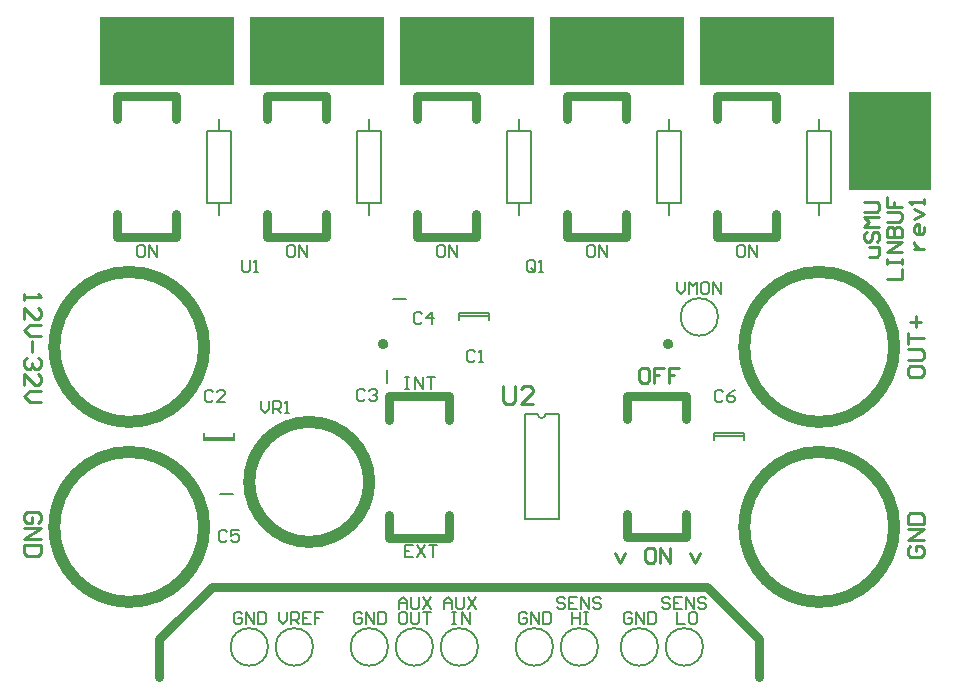
<source format=gto>
%FSLAX25Y25*%
%MOIN*%
G70*
G01*
G75*
%ADD10O,0.06102X0.02362*%
%ADD11R,0.06102X0.02362*%
%ADD12R,0.09843X0.05906*%
%ADD13R,0.27559X0.27559*%
%ADD14R,0.05118X0.02756*%
%ADD15R,0.10630X0.06299*%
%ADD16R,0.02756X0.05118*%
%ADD17C,0.02000*%
%ADD18C,0.05000*%
%ADD19C,0.03000*%
%ADD20C,0.37500*%
%ADD21C,0.08000*%
%ADD22C,0.06299*%
%ADD23C,0.04724*%
%ADD24C,0.05512*%
%ADD25C,0.05000*%
%ADD26R,0.04000X0.08000*%
%ADD27R,0.40000X0.40000*%
%ADD28C,0.00787*%
%ADD29C,0.03937*%
%ADD30C,0.00500*%
%ADD31C,0.01969*%
%ADD32C,0.01000*%
%ADD33C,0.00700*%
%ADD34R,0.27500X0.32500*%
%ADD35R,0.45000X0.22500*%
D19*
X800000Y140000D02*
Y152500D01*
X782500Y170000D02*
X800000Y152500D01*
X617500Y170000D02*
X782500D01*
X600000Y152500D02*
X617500Y170000D01*
X600000Y140000D02*
Y152500D01*
X676752Y233465D02*
X696437D01*
X676752Y186220D02*
X696437D01*
X676752Y225591D02*
Y233465D01*
Y186220D02*
Y194094D01*
X696437Y225591D02*
Y233465D01*
Y186220D02*
Y194094D01*
X756063Y186535D02*
X775748D01*
X756063Y233780D02*
X775748D01*
Y186535D02*
Y194409D01*
Y225906D02*
Y233780D01*
X756063Y186535D02*
Y194409D01*
Y225906D02*
Y233780D01*
X636063Y286535D02*
X655748D01*
X636063Y333780D02*
X655748D01*
Y286535D02*
Y294409D01*
Y325906D02*
Y333780D01*
X636063Y286535D02*
Y294409D01*
Y325906D02*
Y333780D01*
X686063Y286535D02*
X705748D01*
X686063Y333780D02*
X705748D01*
Y286535D02*
Y294409D01*
Y325906D02*
Y333780D01*
X686063Y286535D02*
Y294409D01*
Y325906D02*
Y333780D01*
X736063Y286535D02*
X755748D01*
X736063Y333780D02*
X755748D01*
Y286535D02*
Y294409D01*
Y325906D02*
Y333780D01*
X736063Y286535D02*
Y294409D01*
Y325906D02*
Y333780D01*
X586063Y286535D02*
X605748D01*
X586063Y333780D02*
X605748D01*
Y286535D02*
Y294409D01*
Y325906D02*
Y333780D01*
X586063Y286535D02*
Y294409D01*
Y325906D02*
Y333780D01*
X786063Y286535D02*
X805748D01*
X786063Y333780D02*
X805748D01*
Y286535D02*
Y294409D01*
Y325906D02*
Y333780D01*
X786063Y286535D02*
Y294409D01*
Y325906D02*
Y333780D01*
D28*
X726250Y227500D02*
G03*
X728750Y227500I1250J0D01*
G01*
X721870Y192500D02*
Y227500D01*
Y192500D02*
X733370D01*
Y227500D01*
X728750D02*
X733370D01*
X721870D02*
X726250D01*
X620335Y200807D02*
X624665D01*
X700079Y260433D02*
X709921D01*
X700079Y261181D02*
X709921D01*
X700079Y258819D02*
Y261181D01*
X709921Y258819D02*
Y261181D01*
X675807Y237835D02*
Y242165D01*
X677835Y265807D02*
X682165D01*
X615079Y219567D02*
X624921D01*
X615079Y218819D02*
X624921D01*
Y221181D01*
X615079Y218819D02*
Y221181D01*
X785079Y220433D02*
X794921D01*
X785079Y221181D02*
X794921D01*
X785079Y218819D02*
Y221181D01*
X794921Y218819D02*
Y221181D01*
X816000Y298000D02*
X824000D01*
X816000D02*
Y322000D01*
X824000D01*
Y298000D02*
Y322000D01*
X820000Y294000D02*
Y298000D01*
Y322000D02*
Y326000D01*
X716000Y298000D02*
X724000D01*
X716000D02*
Y322000D01*
X724000D01*
Y298000D02*
Y322000D01*
X720000Y294000D02*
Y298000D01*
Y322000D02*
Y326000D01*
X766000Y298000D02*
X774000D01*
X766000D02*
Y322000D01*
X774000D01*
Y298000D02*
Y322000D01*
X770000Y294000D02*
Y298000D01*
Y322000D02*
Y326000D01*
X616000Y298000D02*
X624000D01*
X616000D02*
Y322000D01*
X624000D01*
Y298000D02*
Y322000D01*
X620000Y294000D02*
Y298000D01*
Y322000D02*
Y326000D01*
X666000Y298000D02*
X674000D01*
X666000D02*
Y322000D01*
X674000D01*
Y298000D02*
Y322000D01*
X670000Y294000D02*
Y298000D01*
Y322000D02*
Y326000D01*
D29*
X845000Y190000D02*
G03*
X845000Y190000I-25000J0D01*
G01*
X670000Y205000D02*
G03*
X670000Y205000I-20000J0D01*
G01*
X615000Y190000D02*
G03*
X615000Y190000I-25000J0D01*
G01*
Y250000D02*
G03*
X615000Y250000I-25000J0D01*
G01*
X845000D02*
G03*
X845000Y250000I-25000J0D01*
G01*
D30*
X636250Y150000D02*
G03*
X636250Y150000I-6250J0D01*
G01*
X676250D02*
G03*
X676250Y150000I-6250J0D01*
G01*
X706250D02*
G03*
X706250Y150000I-6250J0D01*
G01*
X691250D02*
G03*
X691250Y150000I-6250J0D01*
G01*
X651250D02*
G03*
X651250Y150000I-6250J0D01*
G01*
X786250Y260000D02*
G03*
X786250Y260000I-6250J0D01*
G01*
X746250Y150000D02*
G03*
X746250Y150000I-6250J0D01*
G01*
X731250D02*
G03*
X731250Y150000I-6250J0D01*
G01*
X781250D02*
G03*
X781250Y150000I-6250J0D01*
G01*
X766250D02*
G03*
X766250Y150000I-6250J0D01*
G01*
D31*
X770433Y250945D02*
G03*
X770433Y250945I-787J0D01*
G01*
X675433D02*
G03*
X675433Y250945I-787J0D01*
G01*
D32*
X714550Y236848D02*
Y231850D01*
X715550Y230850D01*
X717549D01*
X718549Y231850D01*
Y236848D01*
X724547Y230850D02*
X720548D01*
X724547Y234849D01*
Y235848D01*
X723547Y236848D01*
X721548D01*
X720548Y235848D01*
X851668Y282500D02*
X855000D01*
X853334D01*
X852501Y283333D01*
X851668Y284166D01*
Y284999D01*
X855000Y289998D02*
Y288331D01*
X854167Y287498D01*
X852501D01*
X851668Y288331D01*
Y289998D01*
X852501Y290831D01*
X853334D01*
Y287498D01*
X851668Y292497D02*
X855000Y294163D01*
X851668Y295829D01*
X855000Y297495D02*
Y299161D01*
Y298328D01*
X850002D01*
X850835Y297495D01*
X842502Y272500D02*
X847500D01*
Y275832D01*
X842502Y277498D02*
Y279165D01*
Y278331D01*
X847500D01*
Y277498D01*
Y279165D01*
Y281664D02*
X842502D01*
X847500Y284996D01*
X842502D01*
Y286662D02*
X847500D01*
Y289161D01*
X846667Y289994D01*
X845834D01*
X845001Y289161D01*
Y286662D01*
Y289161D01*
X844168Y289994D01*
X843335D01*
X842502Y289161D01*
Y286662D01*
Y291660D02*
X846667D01*
X847500Y292494D01*
Y294160D01*
X846667Y294993D01*
X842502D01*
Y299991D02*
Y296659D01*
X845001D01*
Y298325D01*
Y296659D01*
X847500D01*
X762499Y242998D02*
X760833D01*
X760000Y242165D01*
Y238833D01*
X760833Y238000D01*
X762499D01*
X763332Y238833D01*
Y242165D01*
X762499Y242998D01*
X768331D02*
X764998D01*
Y240499D01*
X766665D01*
X764998D01*
Y238000D01*
X773329Y242998D02*
X769997D01*
Y240499D01*
X771663D01*
X769997D01*
Y238000D01*
X752000Y181332D02*
X753666Y178000D01*
X755332Y181332D01*
X764496Y182998D02*
X762830D01*
X761997Y182165D01*
Y178833D01*
X762830Y178000D01*
X764496D01*
X765329Y178833D01*
Y182165D01*
X764496Y182998D01*
X766995Y178000D02*
Y182998D01*
X770327Y178000D01*
Y182998D01*
X776992Y181332D02*
X778658Y178000D01*
X780324Y181332D01*
X836668Y280000D02*
X839167D01*
X840000Y280833D01*
Y283332D01*
X836668D01*
X835835Y288331D02*
X835002Y287498D01*
Y285831D01*
X835835Y284998D01*
X836668D01*
X837501Y285831D01*
Y287498D01*
X838334Y288331D01*
X839167D01*
X840000Y287498D01*
Y285831D01*
X839167Y284998D01*
X840000Y289997D02*
X835002D01*
X836668Y291663D01*
X835002Y293329D01*
X840000D01*
X835002Y294995D02*
X839167D01*
X840000Y295828D01*
Y297494D01*
X839167Y298327D01*
X835002D01*
X850418Y183666D02*
X849502Y182749D01*
Y180916D01*
X850418Y180000D01*
X854084D01*
X855000Y180916D01*
Y182749D01*
X854084Y183666D01*
X852251D01*
Y181833D01*
X855000Y185498D02*
X849502D01*
X855000Y189164D01*
X849502D01*
Y190996D02*
X855000D01*
Y193746D01*
X854084Y194662D01*
X850418D01*
X849502Y193746D01*
Y190996D01*
Y242749D02*
Y240916D01*
X850418Y240000D01*
X854084D01*
X855000Y240916D01*
Y242749D01*
X854084Y243666D01*
X850418D01*
X849502Y242749D01*
Y245498D02*
X854084D01*
X855000Y246415D01*
Y248247D01*
X854084Y249164D01*
X849502D01*
Y250996D02*
Y254662D01*
Y252829D01*
X855000D01*
X852251Y256495D02*
Y260160D01*
X850418Y258327D02*
X854084D01*
X559582Y191334D02*
X560498Y192251D01*
Y194084D01*
X559582Y195000D01*
X555916D01*
X555000Y194084D01*
Y192251D01*
X555916Y191334D01*
X557749D01*
Y193167D01*
X555000Y189502D02*
X560498D01*
X555000Y185836D01*
X560498D01*
Y184004D02*
X555000D01*
Y181254D01*
X555916Y180338D01*
X559582D01*
X560498Y181254D01*
Y184004D01*
X555000Y267500D02*
Y265667D01*
Y266584D01*
X560498D01*
X559582Y267500D01*
X555000Y259253D02*
Y262918D01*
X558666Y259253D01*
X559582D01*
X560498Y260169D01*
Y262002D01*
X559582Y262918D01*
X560498Y257420D02*
X556833D01*
X555000Y255587D01*
X556833Y253754D01*
X560498D01*
X557749Y251922D02*
Y248256D01*
X559582Y246424D02*
X560498Y245507D01*
Y243674D01*
X559582Y242758D01*
X558666D01*
X557749Y243674D01*
Y244591D01*
Y243674D01*
X556833Y242758D01*
X555916D01*
X555000Y243674D01*
Y245507D01*
X555916Y246424D01*
X555000Y237260D02*
Y240925D01*
X558666Y237260D01*
X559582D01*
X560498Y238176D01*
Y240009D01*
X559582Y240925D01*
X560498Y235427D02*
X556833D01*
X555000Y233594D01*
X556833Y231762D01*
X560498D01*
D33*
X634000Y231999D02*
Y229333D01*
X635333Y228000D01*
X636666Y229333D01*
Y231999D01*
X637999Y228000D02*
Y231999D01*
X639998D01*
X640664Y231332D01*
Y229999D01*
X639998Y229333D01*
X637999D01*
X639332D02*
X640664Y228000D01*
X641997D02*
X643330D01*
X642664D01*
Y231999D01*
X641997Y231332D01*
X725166Y275666D02*
Y278332D01*
X724499Y278999D01*
X723166D01*
X722500Y278332D01*
Y275666D01*
X723166Y275000D01*
X724499D01*
X723833Y276333D02*
X725166Y275000D01*
X724499D02*
X725166Y275666D01*
X726499Y275000D02*
X727832D01*
X727165D01*
Y278999D01*
X726499Y278332D01*
X787766Y235032D02*
X787099Y235699D01*
X785766D01*
X785100Y235032D01*
Y232366D01*
X785766Y231700D01*
X787099D01*
X787766Y232366D01*
X791764Y235699D02*
X790432Y235032D01*
X789099Y233699D01*
Y232366D01*
X789765Y231700D01*
X791098D01*
X791764Y232366D01*
Y233033D01*
X791098Y233699D01*
X789099D01*
X622666Y188332D02*
X621999Y188999D01*
X620666D01*
X620000Y188332D01*
Y185667D01*
X620666Y185000D01*
X621999D01*
X622666Y185667D01*
X626664Y188999D02*
X623999D01*
Y186999D01*
X625332Y187666D01*
X625998D01*
X626664Y186999D01*
Y185667D01*
X625998Y185000D01*
X624665D01*
X623999Y185667D01*
X687666Y260832D02*
X686999Y261499D01*
X685666D01*
X685000Y260832D01*
Y258166D01*
X685666Y257500D01*
X686999D01*
X687666Y258166D01*
X690998Y257500D02*
Y261499D01*
X688999Y259499D01*
X691665D01*
X668666Y235332D02*
X667999Y235999D01*
X666666D01*
X666000Y235332D01*
Y232666D01*
X666666Y232000D01*
X667999D01*
X668666Y232666D01*
X669999Y235332D02*
X670665Y235999D01*
X671998D01*
X672664Y235332D01*
Y234666D01*
X671998Y233999D01*
X671332D01*
X671998D01*
X672664Y233333D01*
Y232666D01*
X671998Y232000D01*
X670665D01*
X669999Y232666D01*
X617766Y235032D02*
X617099Y235699D01*
X615766D01*
X615100Y235032D01*
Y232366D01*
X615766Y231700D01*
X617099D01*
X617766Y232366D01*
X621765Y231700D02*
X619099D01*
X621765Y234366D01*
Y235032D01*
X621098Y235699D01*
X619765D01*
X619099Y235032D01*
X705166Y248332D02*
X704499Y248999D01*
X703166D01*
X702500Y248332D01*
Y245666D01*
X703166Y245000D01*
X704499D01*
X705166Y245666D01*
X706499Y245000D02*
X707832D01*
X707165D01*
Y248999D01*
X706499Y248332D01*
X627500Y278999D02*
Y275666D01*
X628166Y275000D01*
X629499D01*
X630166Y275666D01*
Y278999D01*
X631499Y275000D02*
X632832D01*
X632165D01*
Y278999D01*
X631499Y278332D01*
X682000Y239999D02*
X683333D01*
X682666D01*
Y236000D01*
X682000D01*
X683333D01*
X685332D02*
Y239999D01*
X687998Y236000D01*
Y239999D01*
X689331D02*
X691997D01*
X690664D01*
Y236000D01*
X684666Y183999D02*
X682000D01*
Y180000D01*
X684666D01*
X682000Y181999D02*
X683333D01*
X685999Y183999D02*
X688664Y180000D01*
Y183999D02*
X685999Y180000D01*
X689997Y183999D02*
X692663D01*
X691330D01*
Y180000D01*
X794499Y283999D02*
X793166D01*
X792500Y283332D01*
Y280666D01*
X793166Y280000D01*
X794499D01*
X795166Y280666D01*
Y283332D01*
X794499Y283999D01*
X796499Y280000D02*
Y283999D01*
X799164Y280000D01*
Y283999D01*
X744499D02*
X743166D01*
X742500Y283332D01*
Y280666D01*
X743166Y280000D01*
X744499D01*
X745166Y280666D01*
Y283332D01*
X744499Y283999D01*
X746499Y280000D02*
Y283999D01*
X749164Y280000D01*
Y283999D01*
X694499D02*
X693166D01*
X692500Y283332D01*
Y280666D01*
X693166Y280000D01*
X694499D01*
X695166Y280666D01*
Y283332D01*
X694499Y283999D01*
X696499Y280000D02*
Y283999D01*
X699164Y280000D01*
Y283999D01*
X644499D02*
X643166D01*
X642500Y283332D01*
Y280666D01*
X643166Y280000D01*
X644499D01*
X645166Y280666D01*
Y283332D01*
X644499Y283999D01*
X646499Y280000D02*
Y283999D01*
X649164Y280000D01*
Y283999D01*
X594499D02*
X593166D01*
X592500Y283332D01*
Y280666D01*
X593166Y280000D01*
X594499D01*
X595166Y280666D01*
Y283332D01*
X594499Y283999D01*
X596499Y280000D02*
Y283999D01*
X599164Y280000D01*
Y283999D01*
X772500Y271499D02*
Y268833D01*
X773833Y267500D01*
X775166Y268833D01*
Y271499D01*
X776499Y267500D02*
Y271499D01*
X777832Y270166D01*
X779165Y271499D01*
Y267500D01*
X782497Y271499D02*
X781164D01*
X780497Y270832D01*
Y268166D01*
X781164Y267500D01*
X782497D01*
X783163Y268166D01*
Y270832D01*
X782497Y271499D01*
X784496Y267500D02*
Y271499D01*
X787162Y267500D01*
Y271499D01*
X681999Y161499D02*
X680666D01*
X680000Y160832D01*
Y158167D01*
X680666Y157500D01*
X681999D01*
X682666Y158167D01*
Y160832D01*
X681999Y161499D01*
X683999D02*
Y158167D01*
X684665Y157500D01*
X685998D01*
X686664Y158167D01*
Y161499D01*
X687997D02*
X690663D01*
X689330D01*
Y157500D01*
X697500Y161499D02*
X698833D01*
X698166D01*
Y157500D01*
X697500D01*
X698833D01*
X700832D02*
Y161499D01*
X703498Y157500D01*
Y161499D01*
X737500D02*
Y157500D01*
Y159499D01*
X740166D01*
Y161499D01*
Y157500D01*
X741499Y161499D02*
X742832D01*
X742165D01*
Y157500D01*
X741499D01*
X742832D01*
X772500Y161499D02*
Y157500D01*
X775166D01*
X778498Y161499D02*
X777165D01*
X776499Y160832D01*
Y158167D01*
X777165Y157500D01*
X778498D01*
X779165Y158167D01*
Y160832D01*
X778498Y161499D01*
X770166Y165832D02*
X769499Y166499D01*
X768166D01*
X767500Y165832D01*
Y165166D01*
X768166Y164499D01*
X769499D01*
X770166Y163833D01*
Y163166D01*
X769499Y162500D01*
X768166D01*
X767500Y163166D01*
X774164Y166499D02*
X771499D01*
Y162500D01*
X774164D01*
X771499Y164499D02*
X772832D01*
X775497Y162500D02*
Y166499D01*
X778163Y162500D01*
Y166499D01*
X782162Y165832D02*
X781496Y166499D01*
X780163D01*
X779496Y165832D01*
Y165166D01*
X780163Y164499D01*
X781496D01*
X782162Y163833D01*
Y163166D01*
X781496Y162500D01*
X780163D01*
X779496Y163166D01*
X735166Y165832D02*
X734499Y166499D01*
X733166D01*
X732500Y165832D01*
Y165166D01*
X733166Y164499D01*
X734499D01*
X735166Y163833D01*
Y163166D01*
X734499Y162500D01*
X733166D01*
X732500Y163166D01*
X739164Y166499D02*
X736499D01*
Y162500D01*
X739164D01*
X736499Y164499D02*
X737832D01*
X740497Y162500D02*
Y166499D01*
X743163Y162500D01*
Y166499D01*
X747162Y165832D02*
X746495Y166499D01*
X745163D01*
X744496Y165832D01*
Y165166D01*
X745163Y164499D01*
X746495D01*
X747162Y163833D01*
Y163166D01*
X746495Y162500D01*
X745163D01*
X744496Y163166D01*
X695000Y162500D02*
Y165166D01*
X696333Y166499D01*
X697666Y165166D01*
Y162500D01*
Y164499D01*
X695000D01*
X698999Y166499D02*
Y163166D01*
X699665Y162500D01*
X700998D01*
X701664Y163166D01*
Y166499D01*
X702997D02*
X705663Y162500D01*
Y166499D02*
X702997Y162500D01*
X680000D02*
Y165166D01*
X681333Y166499D01*
X682666Y165166D01*
Y162500D01*
Y164499D01*
X680000D01*
X683999Y166499D02*
Y163166D01*
X684665Y162500D01*
X685998D01*
X686664Y163166D01*
Y166499D01*
X687997D02*
X690663Y162500D01*
Y166499D02*
X687997Y162500D01*
X640000Y161499D02*
Y158833D01*
X641333Y157500D01*
X642666Y158833D01*
Y161499D01*
X643999Y157500D02*
Y161499D01*
X645998D01*
X646664Y160832D01*
Y159499D01*
X645998Y158833D01*
X643999D01*
X645332D02*
X646664Y157500D01*
X650663Y161499D02*
X647997D01*
Y157500D01*
X650663D01*
X647997Y159499D02*
X649330D01*
X654662Y161499D02*
X651996D01*
Y159499D01*
X653329D01*
X651996D01*
Y157500D01*
X757666Y160832D02*
X756999Y161499D01*
X755666D01*
X755000Y160832D01*
Y158167D01*
X755666Y157500D01*
X756999D01*
X757666Y158167D01*
Y159499D01*
X756333D01*
X758999Y157500D02*
Y161499D01*
X761664Y157500D01*
Y161499D01*
X762997D02*
Y157500D01*
X764997D01*
X765663Y158167D01*
Y160832D01*
X764997Y161499D01*
X762997D01*
X722666Y160832D02*
X721999Y161499D01*
X720666D01*
X720000Y160832D01*
Y158167D01*
X720666Y157500D01*
X721999D01*
X722666Y158167D01*
Y159499D01*
X721333D01*
X723999Y157500D02*
Y161499D01*
X726664Y157500D01*
Y161499D01*
X727997D02*
Y157500D01*
X729997D01*
X730663Y158167D01*
Y160832D01*
X729997Y161499D01*
X727997D01*
X667666Y160832D02*
X666999Y161499D01*
X665666D01*
X665000Y160832D01*
Y158167D01*
X665666Y157500D01*
X666999D01*
X667666Y158167D01*
Y159499D01*
X666333D01*
X668999Y157500D02*
Y161499D01*
X671664Y157500D01*
Y161499D01*
X672997D02*
Y157500D01*
X674997D01*
X675663Y158167D01*
Y160832D01*
X674997Y161499D01*
X672997D01*
X627666Y160832D02*
X626999Y161499D01*
X625666D01*
X625000Y160832D01*
Y158167D01*
X625666Y157500D01*
X626999D01*
X627666Y158167D01*
Y159499D01*
X626333D01*
X628999Y157500D02*
Y161499D01*
X631665Y157500D01*
Y161499D01*
X632997D02*
Y157500D01*
X634997D01*
X635663Y158167D01*
Y160832D01*
X634997Y161499D01*
X632997D01*
D34*
X843750Y318750D02*
D03*
D35*
X702500Y348750D02*
D03*
X802500D02*
D03*
X752500D02*
D03*
X652500D02*
D03*
X602500D02*
D03*
M02*

</source>
